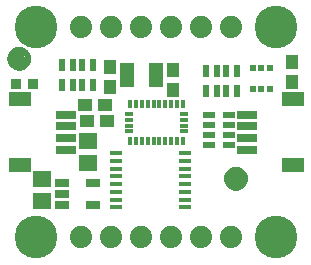
<source format=gbr>
G04 EAGLE Gerber RS-274X export*
G75*
%MOMM*%
%FSLAX34Y34*%
%LPD*%
%INSoldermask Top*%
%IPPOS*%
%AMOC8*
5,1,8,0,0,1.08239X$1,22.5*%
G01*
%ADD10R,1.601600X1.341600*%
%ADD11R,1.301600X0.651600*%
%ADD12R,1.176600X1.101600*%
%ADD13R,0.551600X1.001600*%
%ADD14R,0.601600X0.601600*%
%ADD15R,0.501600X0.601600*%
%ADD16C,1.879600*%
%ADD17C,3.617600*%
%ADD18R,1.651600X0.701600*%
%ADD19R,1.901600X1.301600*%
%ADD20C,1.101600*%
%ADD21C,0.500000*%
%ADD22R,0.901600X0.901600*%
%ADD23R,0.351600X0.776600*%
%ADD24R,0.676600X0.351600*%
%ADD25R,1.101600X1.176600*%
%ADD26R,1.201600X2.001600*%
%ADD27R,1.092200X0.406400*%
%ADD28R,1.001600X0.551600*%


D10*
X30480Y74905D03*
X30480Y55905D03*
D11*
X47324Y71730D03*
X47324Y62230D03*
X47324Y52730D03*
X73326Y52730D03*
X73326Y71730D03*
D10*
X69215Y88290D03*
X69215Y107290D03*
D12*
X83430Y137160D03*
X66430Y137160D03*
D13*
X169245Y166615D03*
X169245Y149615D03*
X178245Y166615D03*
X186245Y166615D03*
X195245Y166615D03*
X195245Y149615D03*
X178245Y149615D03*
X186245Y149615D03*
D14*
X208400Y151020D03*
D15*
X215900Y151020D03*
D14*
X223400Y151020D03*
X223400Y169020D03*
D15*
X215900Y169020D03*
D14*
X208400Y169020D03*
D16*
X63500Y25400D03*
X88900Y25400D03*
X114300Y25400D03*
X139700Y25400D03*
X165100Y25400D03*
X190500Y25400D03*
D17*
X25400Y203200D03*
X228600Y203200D03*
D18*
X203460Y109300D03*
X203460Y119300D03*
X203460Y99300D03*
X203460Y129300D03*
D19*
X242460Y86300D03*
X242460Y142300D03*
D18*
X50540Y119300D03*
X50540Y109300D03*
X50540Y129300D03*
X50540Y99300D03*
D19*
X11540Y142300D03*
X11540Y86300D03*
D20*
X10795Y176530D03*
D21*
X10795Y184030D02*
X10614Y184028D01*
X10433Y184021D01*
X10252Y184010D01*
X10071Y183995D01*
X9891Y183975D01*
X9711Y183951D01*
X9532Y183923D01*
X9354Y183890D01*
X9177Y183853D01*
X9000Y183812D01*
X8825Y183767D01*
X8650Y183717D01*
X8477Y183663D01*
X8306Y183605D01*
X8135Y183543D01*
X7967Y183476D01*
X7800Y183406D01*
X7634Y183332D01*
X7471Y183253D01*
X7310Y183171D01*
X7150Y183085D01*
X6993Y182995D01*
X6838Y182901D01*
X6685Y182804D01*
X6535Y182702D01*
X6387Y182598D01*
X6241Y182489D01*
X6099Y182378D01*
X5959Y182262D01*
X5822Y182144D01*
X5687Y182022D01*
X5556Y181897D01*
X5428Y181769D01*
X5303Y181638D01*
X5181Y181503D01*
X5063Y181366D01*
X4947Y181226D01*
X4836Y181084D01*
X4727Y180938D01*
X4623Y180790D01*
X4521Y180640D01*
X4424Y180487D01*
X4330Y180332D01*
X4240Y180175D01*
X4154Y180015D01*
X4072Y179854D01*
X3993Y179691D01*
X3919Y179525D01*
X3849Y179358D01*
X3782Y179190D01*
X3720Y179019D01*
X3662Y178848D01*
X3608Y178675D01*
X3558Y178500D01*
X3513Y178325D01*
X3472Y178148D01*
X3435Y177971D01*
X3402Y177793D01*
X3374Y177614D01*
X3350Y177434D01*
X3330Y177254D01*
X3315Y177073D01*
X3304Y176892D01*
X3297Y176711D01*
X3295Y176530D01*
X10795Y184030D02*
X10976Y184028D01*
X11157Y184021D01*
X11338Y184010D01*
X11519Y183995D01*
X11699Y183975D01*
X11879Y183951D01*
X12058Y183923D01*
X12236Y183890D01*
X12413Y183853D01*
X12590Y183812D01*
X12765Y183767D01*
X12940Y183717D01*
X13113Y183663D01*
X13284Y183605D01*
X13455Y183543D01*
X13623Y183476D01*
X13790Y183406D01*
X13956Y183332D01*
X14119Y183253D01*
X14280Y183171D01*
X14440Y183085D01*
X14597Y182995D01*
X14752Y182901D01*
X14905Y182804D01*
X15055Y182702D01*
X15203Y182598D01*
X15349Y182489D01*
X15491Y182378D01*
X15631Y182262D01*
X15768Y182144D01*
X15903Y182022D01*
X16034Y181897D01*
X16162Y181769D01*
X16287Y181638D01*
X16409Y181503D01*
X16527Y181366D01*
X16643Y181226D01*
X16754Y181084D01*
X16863Y180938D01*
X16967Y180790D01*
X17069Y180640D01*
X17166Y180487D01*
X17260Y180332D01*
X17350Y180175D01*
X17436Y180015D01*
X17518Y179854D01*
X17597Y179691D01*
X17671Y179525D01*
X17741Y179358D01*
X17808Y179190D01*
X17870Y179019D01*
X17928Y178848D01*
X17982Y178675D01*
X18032Y178500D01*
X18077Y178325D01*
X18118Y178148D01*
X18155Y177971D01*
X18188Y177793D01*
X18216Y177614D01*
X18240Y177434D01*
X18260Y177254D01*
X18275Y177073D01*
X18286Y176892D01*
X18293Y176711D01*
X18295Y176530D01*
X18293Y176349D01*
X18286Y176168D01*
X18275Y175987D01*
X18260Y175806D01*
X18240Y175626D01*
X18216Y175446D01*
X18188Y175267D01*
X18155Y175089D01*
X18118Y174912D01*
X18077Y174735D01*
X18032Y174560D01*
X17982Y174385D01*
X17928Y174212D01*
X17870Y174041D01*
X17808Y173870D01*
X17741Y173702D01*
X17671Y173535D01*
X17597Y173369D01*
X17518Y173206D01*
X17436Y173045D01*
X17350Y172885D01*
X17260Y172728D01*
X17166Y172573D01*
X17069Y172420D01*
X16967Y172270D01*
X16863Y172122D01*
X16754Y171976D01*
X16643Y171834D01*
X16527Y171694D01*
X16409Y171557D01*
X16287Y171422D01*
X16162Y171291D01*
X16034Y171163D01*
X15903Y171038D01*
X15768Y170916D01*
X15631Y170798D01*
X15491Y170682D01*
X15349Y170571D01*
X15203Y170462D01*
X15055Y170358D01*
X14905Y170256D01*
X14752Y170159D01*
X14597Y170065D01*
X14440Y169975D01*
X14280Y169889D01*
X14119Y169807D01*
X13956Y169728D01*
X13790Y169654D01*
X13623Y169584D01*
X13455Y169517D01*
X13284Y169455D01*
X13113Y169397D01*
X12940Y169343D01*
X12765Y169293D01*
X12590Y169248D01*
X12413Y169207D01*
X12236Y169170D01*
X12058Y169137D01*
X11879Y169109D01*
X11699Y169085D01*
X11519Y169065D01*
X11338Y169050D01*
X11157Y169039D01*
X10976Y169032D01*
X10795Y169030D01*
X10614Y169032D01*
X10433Y169039D01*
X10252Y169050D01*
X10071Y169065D01*
X9891Y169085D01*
X9711Y169109D01*
X9532Y169137D01*
X9354Y169170D01*
X9177Y169207D01*
X9000Y169248D01*
X8825Y169293D01*
X8650Y169343D01*
X8477Y169397D01*
X8306Y169455D01*
X8135Y169517D01*
X7967Y169584D01*
X7800Y169654D01*
X7634Y169728D01*
X7471Y169807D01*
X7310Y169889D01*
X7150Y169975D01*
X6993Y170065D01*
X6838Y170159D01*
X6685Y170256D01*
X6535Y170358D01*
X6387Y170462D01*
X6241Y170571D01*
X6099Y170682D01*
X5959Y170798D01*
X5822Y170916D01*
X5687Y171038D01*
X5556Y171163D01*
X5428Y171291D01*
X5303Y171422D01*
X5181Y171557D01*
X5063Y171694D01*
X4947Y171834D01*
X4836Y171976D01*
X4727Y172122D01*
X4623Y172270D01*
X4521Y172420D01*
X4424Y172573D01*
X4330Y172728D01*
X4240Y172885D01*
X4154Y173045D01*
X4072Y173206D01*
X3993Y173369D01*
X3919Y173535D01*
X3849Y173702D01*
X3782Y173870D01*
X3720Y174041D01*
X3662Y174212D01*
X3608Y174385D01*
X3558Y174560D01*
X3513Y174735D01*
X3472Y174912D01*
X3435Y175089D01*
X3402Y175267D01*
X3374Y175446D01*
X3350Y175626D01*
X3330Y175806D01*
X3315Y175987D01*
X3304Y176168D01*
X3297Y176349D01*
X3295Y176530D01*
D20*
X194310Y74930D03*
D21*
X194310Y82430D02*
X194129Y82428D01*
X193948Y82421D01*
X193767Y82410D01*
X193586Y82395D01*
X193406Y82375D01*
X193226Y82351D01*
X193047Y82323D01*
X192869Y82290D01*
X192692Y82253D01*
X192515Y82212D01*
X192340Y82167D01*
X192165Y82117D01*
X191992Y82063D01*
X191821Y82005D01*
X191650Y81943D01*
X191482Y81876D01*
X191315Y81806D01*
X191149Y81732D01*
X190986Y81653D01*
X190825Y81571D01*
X190665Y81485D01*
X190508Y81395D01*
X190353Y81301D01*
X190200Y81204D01*
X190050Y81102D01*
X189902Y80998D01*
X189756Y80889D01*
X189614Y80778D01*
X189474Y80662D01*
X189337Y80544D01*
X189202Y80422D01*
X189071Y80297D01*
X188943Y80169D01*
X188818Y80038D01*
X188696Y79903D01*
X188578Y79766D01*
X188462Y79626D01*
X188351Y79484D01*
X188242Y79338D01*
X188138Y79190D01*
X188036Y79040D01*
X187939Y78887D01*
X187845Y78732D01*
X187755Y78575D01*
X187669Y78415D01*
X187587Y78254D01*
X187508Y78091D01*
X187434Y77925D01*
X187364Y77758D01*
X187297Y77590D01*
X187235Y77419D01*
X187177Y77248D01*
X187123Y77075D01*
X187073Y76900D01*
X187028Y76725D01*
X186987Y76548D01*
X186950Y76371D01*
X186917Y76193D01*
X186889Y76014D01*
X186865Y75834D01*
X186845Y75654D01*
X186830Y75473D01*
X186819Y75292D01*
X186812Y75111D01*
X186810Y74930D01*
X194310Y82430D02*
X194491Y82428D01*
X194672Y82421D01*
X194853Y82410D01*
X195034Y82395D01*
X195214Y82375D01*
X195394Y82351D01*
X195573Y82323D01*
X195751Y82290D01*
X195928Y82253D01*
X196105Y82212D01*
X196280Y82167D01*
X196455Y82117D01*
X196628Y82063D01*
X196799Y82005D01*
X196970Y81943D01*
X197138Y81876D01*
X197305Y81806D01*
X197471Y81732D01*
X197634Y81653D01*
X197795Y81571D01*
X197955Y81485D01*
X198112Y81395D01*
X198267Y81301D01*
X198420Y81204D01*
X198570Y81102D01*
X198718Y80998D01*
X198864Y80889D01*
X199006Y80778D01*
X199146Y80662D01*
X199283Y80544D01*
X199418Y80422D01*
X199549Y80297D01*
X199677Y80169D01*
X199802Y80038D01*
X199924Y79903D01*
X200042Y79766D01*
X200158Y79626D01*
X200269Y79484D01*
X200378Y79338D01*
X200482Y79190D01*
X200584Y79040D01*
X200681Y78887D01*
X200775Y78732D01*
X200865Y78575D01*
X200951Y78415D01*
X201033Y78254D01*
X201112Y78091D01*
X201186Y77925D01*
X201256Y77758D01*
X201323Y77590D01*
X201385Y77419D01*
X201443Y77248D01*
X201497Y77075D01*
X201547Y76900D01*
X201592Y76725D01*
X201633Y76548D01*
X201670Y76371D01*
X201703Y76193D01*
X201731Y76014D01*
X201755Y75834D01*
X201775Y75654D01*
X201790Y75473D01*
X201801Y75292D01*
X201808Y75111D01*
X201810Y74930D01*
X201808Y74749D01*
X201801Y74568D01*
X201790Y74387D01*
X201775Y74206D01*
X201755Y74026D01*
X201731Y73846D01*
X201703Y73667D01*
X201670Y73489D01*
X201633Y73312D01*
X201592Y73135D01*
X201547Y72960D01*
X201497Y72785D01*
X201443Y72612D01*
X201385Y72441D01*
X201323Y72270D01*
X201256Y72102D01*
X201186Y71935D01*
X201112Y71769D01*
X201033Y71606D01*
X200951Y71445D01*
X200865Y71285D01*
X200775Y71128D01*
X200681Y70973D01*
X200584Y70820D01*
X200482Y70670D01*
X200378Y70522D01*
X200269Y70376D01*
X200158Y70234D01*
X200042Y70094D01*
X199924Y69957D01*
X199802Y69822D01*
X199677Y69691D01*
X199549Y69563D01*
X199418Y69438D01*
X199283Y69316D01*
X199146Y69198D01*
X199006Y69082D01*
X198864Y68971D01*
X198718Y68862D01*
X198570Y68758D01*
X198420Y68656D01*
X198267Y68559D01*
X198112Y68465D01*
X197955Y68375D01*
X197795Y68289D01*
X197634Y68207D01*
X197471Y68128D01*
X197305Y68054D01*
X197138Y67984D01*
X196970Y67917D01*
X196799Y67855D01*
X196628Y67797D01*
X196455Y67743D01*
X196280Y67693D01*
X196105Y67648D01*
X195928Y67607D01*
X195751Y67570D01*
X195573Y67537D01*
X195394Y67509D01*
X195214Y67485D01*
X195034Y67465D01*
X194853Y67450D01*
X194672Y67439D01*
X194491Y67432D01*
X194310Y67430D01*
X194129Y67432D01*
X193948Y67439D01*
X193767Y67450D01*
X193586Y67465D01*
X193406Y67485D01*
X193226Y67509D01*
X193047Y67537D01*
X192869Y67570D01*
X192692Y67607D01*
X192515Y67648D01*
X192340Y67693D01*
X192165Y67743D01*
X191992Y67797D01*
X191821Y67855D01*
X191650Y67917D01*
X191482Y67984D01*
X191315Y68054D01*
X191149Y68128D01*
X190986Y68207D01*
X190825Y68289D01*
X190665Y68375D01*
X190508Y68465D01*
X190353Y68559D01*
X190200Y68656D01*
X190050Y68758D01*
X189902Y68862D01*
X189756Y68971D01*
X189614Y69082D01*
X189474Y69198D01*
X189337Y69316D01*
X189202Y69438D01*
X189071Y69563D01*
X188943Y69691D01*
X188818Y69822D01*
X188696Y69957D01*
X188578Y70094D01*
X188462Y70234D01*
X188351Y70376D01*
X188242Y70522D01*
X188138Y70670D01*
X188036Y70820D01*
X187939Y70973D01*
X187845Y71128D01*
X187755Y71285D01*
X187669Y71445D01*
X187587Y71606D01*
X187508Y71769D01*
X187434Y71935D01*
X187364Y72102D01*
X187297Y72270D01*
X187235Y72441D01*
X187177Y72612D01*
X187123Y72785D01*
X187073Y72960D01*
X187028Y73135D01*
X186987Y73312D01*
X186950Y73489D01*
X186917Y73667D01*
X186889Y73846D01*
X186865Y74026D01*
X186845Y74206D01*
X186830Y74387D01*
X186819Y74568D01*
X186812Y74749D01*
X186810Y74930D01*
D17*
X25400Y25400D03*
X228600Y25400D03*
D22*
X7740Y154940D03*
X22740Y154940D03*
D23*
X104500Y138180D03*
D24*
X103875Y130055D03*
X103875Y125055D03*
X103875Y120055D03*
X103875Y115055D03*
D23*
X104500Y106930D03*
X109500Y106930D03*
X114500Y106930D03*
X119500Y106930D03*
X124500Y106930D03*
X129500Y106930D03*
X134500Y106930D03*
X139500Y106930D03*
X144500Y106930D03*
X149500Y106930D03*
D24*
X150125Y115055D03*
X150125Y120055D03*
X150125Y125055D03*
X150125Y130055D03*
D23*
X149500Y138180D03*
X144500Y138180D03*
X139500Y138180D03*
X134500Y138180D03*
X129500Y138180D03*
X124500Y138180D03*
X119500Y138180D03*
X114500Y138180D03*
X109500Y138180D03*
D13*
X73325Y154060D03*
X73325Y171060D03*
X64325Y154060D03*
X56325Y154060D03*
X47325Y154060D03*
X47325Y171060D03*
X64325Y171060D03*
X56325Y171060D03*
D12*
X68335Y123825D03*
X85335Y123825D03*
D25*
X241935Y174235D03*
X241935Y157235D03*
X87630Y152790D03*
X87630Y169790D03*
X140970Y167250D03*
X140970Y150250D03*
D26*
X102300Y163195D03*
X126300Y163195D03*
D16*
X63500Y203200D03*
X88900Y203200D03*
X114300Y203200D03*
X139700Y203200D03*
X165100Y203200D03*
X190500Y203200D03*
D27*
X92742Y96410D03*
X92742Y89910D03*
X92742Y83410D03*
X92742Y76910D03*
X92742Y70410D03*
X92742Y63910D03*
X92742Y57410D03*
X92742Y50910D03*
X151098Y50910D03*
X151098Y57410D03*
X151098Y63910D03*
X151098Y70410D03*
X151098Y76910D03*
X151098Y83410D03*
X151098Y89910D03*
X151098Y96410D03*
D28*
X171205Y103205D03*
X188205Y103205D03*
X171205Y112205D03*
X171205Y120205D03*
X171205Y129205D03*
X188205Y129205D03*
X188205Y112205D03*
X188205Y120205D03*
M02*

</source>
